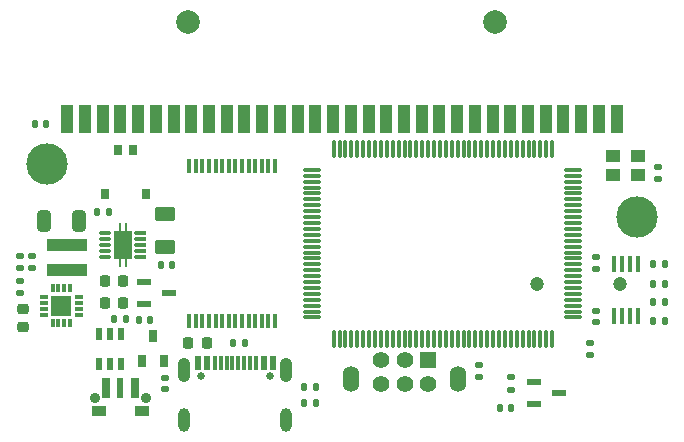
<source format=gbr>
%TF.GenerationSoftware,KiCad,Pcbnew,7.0.1*%
%TF.CreationDate,2024-09-27T15:08:14-07:00*%
%TF.ProjectId,agbc,61676263-2e6b-4696-9361-645f70636258,02*%
%TF.SameCoordinates,Original*%
%TF.FileFunction,Soldermask,Top*%
%TF.FilePolarity,Negative*%
%FSLAX46Y46*%
G04 Gerber Fmt 4.6, Leading zero omitted, Abs format (unit mm)*
G04 Created by KiCad (PCBNEW 7.0.1) date 2024-09-27 15:08:14*
%MOMM*%
%LPD*%
G01*
G04 APERTURE LIST*
G04 Aperture macros list*
%AMRoundRect*
0 Rectangle with rounded corners*
0 $1 Rounding radius*
0 $2 $3 $4 $5 $6 $7 $8 $9 X,Y pos of 4 corners*
0 Add a 4 corners polygon primitive as box body*
4,1,4,$2,$3,$4,$5,$6,$7,$8,$9,$2,$3,0*
0 Add four circle primitives for the rounded corners*
1,1,$1+$1,$2,$3*
1,1,$1+$1,$4,$5*
1,1,$1+$1,$6,$7*
1,1,$1+$1,$8,$9*
0 Add four rect primitives between the rounded corners*
20,1,$1+$1,$2,$3,$4,$5,0*
20,1,$1+$1,$4,$5,$6,$7,0*
20,1,$1+$1,$6,$7,$8,$9,0*
20,1,$1+$1,$8,$9,$2,$3,0*%
G04 Aperture macros list end*
%ADD10RoundRect,0.140000X0.140000X0.170000X-0.140000X0.170000X-0.140000X-0.170000X0.140000X-0.170000X0*%
%ADD11R,0.450000X1.400000*%
%ADD12RoundRect,0.135000X0.185000X-0.135000X0.185000X0.135000X-0.185000X0.135000X-0.185000X-0.135000X0*%
%ADD13R,1.250000X0.600000*%
%ADD14RoundRect,0.225000X-0.225000X-0.250000X0.225000X-0.250000X0.225000X0.250000X-0.225000X0.250000X0*%
%ADD15RoundRect,0.140000X-0.140000X-0.170000X0.140000X-0.170000X0.140000X0.170000X-0.140000X0.170000X0*%
%ADD16RoundRect,0.135000X-0.185000X0.135000X-0.185000X-0.135000X0.185000X-0.135000X0.185000X0.135000X0*%
%ADD17C,0.650000*%
%ADD18R,0.600000X1.150000*%
%ADD19R,0.300000X1.150000*%
%ADD20O,1.050000X2.100000*%
%ADD21O,1.000000X2.000000*%
%ADD22RoundRect,0.225000X0.250000X-0.225000X0.250000X0.225000X-0.250000X0.225000X-0.250000X-0.225000X0*%
%ADD23RoundRect,0.218750X-0.218750X-0.256250X0.218750X-0.256250X0.218750X0.256250X-0.218750X0.256250X0*%
%ADD24RoundRect,0.140000X0.170000X-0.140000X0.170000X0.140000X-0.170000X0.140000X-0.170000X-0.140000X0*%
%ADD25RoundRect,0.135000X0.135000X0.185000X-0.135000X0.185000X-0.135000X-0.185000X0.135000X-0.185000X0*%
%ADD26RoundRect,0.250000X0.325000X0.650000X-0.325000X0.650000X-0.325000X-0.650000X0.325000X-0.650000X0*%
%ADD27RoundRect,0.225000X0.225000X0.250000X-0.225000X0.250000X-0.225000X-0.250000X0.225000X-0.250000X0*%
%ADD28R,3.400000X1.000000*%
%ADD29R,0.650000X1.100000*%
%ADD30C,0.900000*%
%ADD31R,0.750000X1.800000*%
%ADD32R,0.600000X1.800000*%
%ADD33R,1.300000X0.900000*%
%ADD34C,3.500000*%
%ADD35R,1.300000X1.100000*%
%ADD36R,0.300000X1.206500*%
%ADD37R,0.800000X0.300000*%
%ADD38R,0.300000X0.800000*%
%ADD39C,0.500000*%
%ADD40R,1.750000X1.750000*%
%ADD41R,0.550000X1.050000*%
%ADD42RoundRect,0.140000X-0.170000X0.140000X-0.170000X-0.140000X0.170000X-0.140000X0.170000X0.140000X0*%
%ADD43RoundRect,0.070000X-0.140000X-0.140000X0.140000X-0.140000X0.140000X0.140000X-0.140000X0.140000X0*%
%ADD44O,0.990000X0.420000*%
%ADD45C,0.600000*%
%ADD46R,0.680000X1.050000*%
%ADD47R,0.260000X0.500000*%
%ADD48R,0.280000X0.700000*%
%ADD49R,1.650000X2.400000*%
%ADD50C,2.000000*%
%ADD51R,1.000000X2.400000*%
%ADD52R,0.700000X0.900000*%
%ADD53R,0.750000X0.900000*%
%ADD54RoundRect,0.075000X0.075000X-0.675000X0.075000X0.675000X-0.075000X0.675000X-0.075000X-0.675000X0*%
%ADD55RoundRect,0.075000X0.675000X-0.075000X0.675000X0.075000X-0.675000X0.075000X-0.675000X-0.075000X0*%
%ADD56RoundRect,0.135000X-0.135000X-0.185000X0.135000X-0.185000X0.135000X0.185000X-0.135000X0.185000X0*%
%ADD57RoundRect,0.250000X-0.625000X0.375000X-0.625000X-0.375000X0.625000X-0.375000X0.625000X0.375000X0*%
%ADD58R,1.400000X1.400000*%
%ADD59C,1.400000*%
%ADD60O,1.400000X2.200000*%
%ADD61C,1.200000*%
G04 APERTURE END LIST*
D10*
%TO.C,C7*%
X110860000Y-107800000D03*
X109900000Y-107800000D03*
%TD*%
D11*
%TO.C,U8*%
X158975000Y-124050000D03*
X159625000Y-124050000D03*
X160275000Y-124050000D03*
X160925000Y-124050000D03*
X160925000Y-119650000D03*
X160275000Y-119650000D03*
X159625000Y-119650000D03*
X158975000Y-119650000D03*
%TD*%
D12*
%TO.C,R1*%
X150200000Y-130300000D03*
X150200000Y-129280000D03*
%TD*%
D13*
%TO.C,U6*%
X119150000Y-121200000D03*
X119150000Y-123100000D03*
X121250000Y-122150000D03*
%TD*%
D14*
%TO.C,C19*%
X115800000Y-121150000D03*
X117350000Y-121150000D03*
%TD*%
D15*
%TO.C,C20*%
X115200000Y-115300000D03*
X116160000Y-115300000D03*
%TD*%
%TO.C,C11*%
X126700000Y-126350000D03*
X127660000Y-126350000D03*
%TD*%
D16*
%TO.C,R6*%
X108650000Y-121100000D03*
X108650000Y-122120000D03*
%TD*%
D17*
%TO.C,J5*%
X123990000Y-129170000D03*
X129770000Y-129170000D03*
D18*
X123680000Y-128095000D03*
X124480000Y-128095000D03*
D19*
X125630000Y-128095000D03*
X126630000Y-128095000D03*
X127130000Y-128095000D03*
X128130000Y-128095000D03*
D18*
X130080000Y-128095000D03*
X129280000Y-128095000D03*
D19*
X128630000Y-128095000D03*
X127630000Y-128095000D03*
X126130000Y-128095000D03*
X125130000Y-128095000D03*
D20*
X122560000Y-128670000D03*
D21*
X122560000Y-132850000D03*
X131200000Y-132850000D03*
D20*
X131200000Y-128670000D03*
%TD*%
D22*
%TO.C,C14*%
X108900000Y-125025000D03*
X108900000Y-123475000D03*
%TD*%
D23*
%TO.C,F2*%
X122875000Y-126350000D03*
X124450000Y-126350000D03*
%TD*%
D24*
%TO.C,C15*%
X120900000Y-130260000D03*
X120900000Y-129300000D03*
%TD*%
D25*
%TO.C,R14*%
X163225000Y-122900000D03*
X162205000Y-122900000D03*
%TD*%
D26*
%TO.C,C21*%
X113650000Y-116000000D03*
X110700000Y-116000000D03*
%TD*%
D27*
%TO.C,C13*%
X117350000Y-122950000D03*
X115800000Y-122950000D03*
%TD*%
D12*
%TO.C,R7*%
X109700000Y-120050000D03*
X109700000Y-119030000D03*
%TD*%
D10*
%TO.C,C23*%
X163225000Y-119675000D03*
X162265000Y-119675000D03*
%TD*%
D28*
%TO.C,L1*%
X112650000Y-120150000D03*
X112650000Y-118050000D03*
%TD*%
D24*
%TO.C,C5*%
X162625000Y-112435000D03*
X162625000Y-111475000D03*
%TD*%
D12*
%TO.C,R3*%
X156875000Y-127385000D03*
X156875000Y-126365000D03*
%TD*%
D29*
%TO.C,Q1*%
X118940000Y-127900000D03*
X120860000Y-127900000D03*
X119900000Y-125800000D03*
%TD*%
D13*
%TO.C,U1*%
X152200000Y-129650000D03*
X152200000Y-131550000D03*
X154300000Y-130600000D03*
%TD*%
D24*
%TO.C,C22*%
X157450000Y-120060000D03*
X157450000Y-119100000D03*
%TD*%
D30*
%TO.C,S1*%
X115025000Y-131050000D03*
X119275000Y-131050000D03*
D31*
X115925000Y-130150000D03*
D32*
X117150000Y-130150000D03*
D31*
X118375000Y-130150000D03*
D33*
X115300000Y-132100000D03*
X119000000Y-132100000D03*
%TD*%
D25*
%TO.C,R13*%
X163220000Y-121325000D03*
X162200000Y-121325000D03*
%TD*%
D34*
%TO.C,REF\u002A\u002A*%
X160900000Y-115700000D03*
%TD*%
D35*
%TO.C,X1*%
X160975000Y-110500000D03*
X158875000Y-110500000D03*
X158875000Y-112150000D03*
X160975000Y-112150000D03*
%TD*%
D36*
%TO.C,U3*%
X122967800Y-124500000D03*
X123526600Y-124500000D03*
X124085400Y-124500000D03*
X124644200Y-124500000D03*
X125203000Y-124500000D03*
X125761800Y-124500000D03*
X126320600Y-124500000D03*
X126879400Y-124500000D03*
X127438200Y-124500000D03*
X127997000Y-124500000D03*
X128555800Y-124500000D03*
X129114600Y-124500000D03*
X129673400Y-124500000D03*
X130232200Y-124500000D03*
X130232200Y-111380900D03*
X129673400Y-111380900D03*
X129114600Y-111380900D03*
X128555800Y-111380900D03*
X127997000Y-111380900D03*
X127438200Y-111380900D03*
X126879400Y-111380900D03*
X126320600Y-111380900D03*
X125761800Y-111380900D03*
X125203000Y-111380900D03*
X124644200Y-111380900D03*
X124085400Y-111380900D03*
X123526600Y-111380900D03*
X122967800Y-111380900D03*
%TD*%
D37*
%TO.C,U4*%
X110650000Y-122450000D03*
X110650000Y-122950000D03*
X110650000Y-123450000D03*
X110650000Y-123950000D03*
D38*
X111400000Y-124700000D03*
X111900000Y-124700000D03*
X112400000Y-124700000D03*
X112900000Y-124700000D03*
D37*
X113650000Y-123950000D03*
X113650000Y-123450000D03*
X113650000Y-122950000D03*
X113650000Y-122450000D03*
D38*
X112900000Y-121700000D03*
X112400000Y-121700000D03*
X111900000Y-121700000D03*
X111400000Y-121700000D03*
D39*
X111750000Y-122800000D03*
X111750000Y-123600000D03*
D40*
X112150000Y-123200000D03*
D39*
X112550000Y-122800000D03*
X112550000Y-123600000D03*
%TD*%
D10*
%TO.C,C17*%
X121500000Y-119750000D03*
X120540000Y-119750000D03*
%TD*%
D34*
%TO.C,REF\u002A\u002A*%
X110900000Y-111200000D03*
%TD*%
D41*
%TO.C,U5*%
X115300000Y-128125000D03*
X116250000Y-128125000D03*
X117200000Y-128125000D03*
X117200000Y-125625000D03*
X116250000Y-125625000D03*
X115300000Y-125625000D03*
%TD*%
D42*
%TO.C,C8*%
X147500000Y-128250000D03*
X147500000Y-129210000D03*
%TD*%
D43*
%TO.C,U7*%
X115590000Y-117050000D03*
D44*
X115875000Y-117050000D03*
D43*
X115590000Y-117550000D03*
D44*
X115875000Y-117550000D03*
D43*
X115590000Y-118050000D03*
D44*
X115875000Y-118050000D03*
D43*
X115590000Y-118550000D03*
D44*
X115875000Y-118550000D03*
D43*
X115590000Y-119050000D03*
D44*
X115875000Y-119050000D03*
X118825000Y-119050000D03*
D43*
X119110000Y-119050000D03*
D44*
X118825000Y-118550000D03*
D43*
X119110000Y-118550000D03*
D44*
X118825000Y-118050000D03*
D43*
X119110000Y-118050000D03*
D44*
X118825000Y-117550000D03*
D43*
X119110000Y-117550000D03*
D44*
X118825000Y-117050000D03*
D43*
X119110000Y-117050000D03*
D45*
X116850000Y-117300000D03*
X116850000Y-118800000D03*
D46*
X116900000Y-117415000D03*
X116900000Y-118685000D03*
D47*
X117100000Y-116420000D03*
D48*
X117100000Y-116500000D03*
X117100000Y-119600000D03*
D47*
X117100000Y-119680000D03*
D45*
X117350000Y-118050000D03*
D49*
X117350000Y-118050000D03*
D47*
X117600000Y-116420000D03*
D48*
X117600000Y-116500000D03*
X117600000Y-119600000D03*
D47*
X117600000Y-119680000D03*
D46*
X117800000Y-117415000D03*
X117800000Y-118685000D03*
D45*
X117850000Y-117300000D03*
X117850000Y-118800000D03*
%TD*%
D50*
%TO.C,J2*%
X122900000Y-99200000D03*
X148900000Y-99200000D03*
D51*
X112650000Y-107400000D03*
X114150000Y-107400000D03*
X115650000Y-107400000D03*
X117150000Y-107400000D03*
X118650000Y-107400000D03*
X120150000Y-107400000D03*
X121650000Y-107400000D03*
X123150000Y-107400000D03*
X124650000Y-107400000D03*
X126150000Y-107400000D03*
X127650000Y-107400000D03*
X129150000Y-107400000D03*
X130650000Y-107400000D03*
X132150000Y-107400000D03*
X133650000Y-107400000D03*
X135150000Y-107400000D03*
X136650000Y-107400000D03*
X138150000Y-107400000D03*
X139650000Y-107400000D03*
X141150000Y-107400000D03*
X142650000Y-107400000D03*
X144150000Y-107400000D03*
X145650000Y-107400000D03*
X147150000Y-107400000D03*
X148650000Y-107400000D03*
X150150000Y-107400000D03*
X151650000Y-107400000D03*
X153150000Y-107400000D03*
X154650000Y-107400000D03*
X156150000Y-107400000D03*
X157650000Y-107400000D03*
X159150000Y-107400000D03*
%TD*%
D52*
%TO.C,J4*%
X116975000Y-110025000D03*
X118175000Y-110025000D03*
D53*
X115800000Y-113775000D03*
X119350000Y-113775000D03*
%TD*%
D25*
%TO.C,R8*%
X133710000Y-130100000D03*
X132690000Y-130100000D03*
%TD*%
%TO.C,R11*%
X133710000Y-131450000D03*
X132690000Y-131450000D03*
%TD*%
D54*
%TO.C,U2*%
X135200000Y-126000000D03*
X135700000Y-126000000D03*
X136200000Y-126000000D03*
X136700000Y-126000000D03*
X137200000Y-126000000D03*
X137700000Y-126000000D03*
X138200000Y-126000000D03*
X138700000Y-126000000D03*
X139200000Y-126000000D03*
X139700000Y-126000000D03*
X140200000Y-126000000D03*
X140700000Y-126000000D03*
X141200000Y-126000000D03*
X141700000Y-126000000D03*
X142200000Y-126000000D03*
X142700000Y-126000000D03*
X143200000Y-126000000D03*
X143700000Y-126000000D03*
X144200000Y-126000000D03*
X144700000Y-126000000D03*
X145200000Y-126000000D03*
X145700000Y-126000000D03*
X146200000Y-126000000D03*
X146700000Y-126000000D03*
X147200000Y-126000000D03*
X147700000Y-126000000D03*
X148200000Y-126000000D03*
X148700000Y-126000000D03*
X149200000Y-126000000D03*
X149700000Y-126000000D03*
X150200000Y-126000000D03*
X150700000Y-126000000D03*
X151200000Y-126000000D03*
X151700000Y-126000000D03*
X152200000Y-126000000D03*
X152700000Y-126000000D03*
X153200000Y-126000000D03*
X153700000Y-126000000D03*
D55*
X155500000Y-124200000D03*
X155500000Y-123700000D03*
X155500000Y-123200000D03*
X155500000Y-122700000D03*
X155500000Y-122200000D03*
X155500000Y-121700000D03*
X155500000Y-121200000D03*
X155500000Y-120700000D03*
X155500000Y-120200000D03*
X155500000Y-119700000D03*
X155500000Y-119200000D03*
X155500000Y-118700000D03*
X155500000Y-118200000D03*
X155500000Y-117700000D03*
X155500000Y-117200000D03*
X155500000Y-116700000D03*
X155500000Y-116200000D03*
X155500000Y-115700000D03*
X155500000Y-115200000D03*
X155500000Y-114700000D03*
X155500000Y-114200000D03*
X155500000Y-113700000D03*
X155500000Y-113200000D03*
X155500000Y-112700000D03*
X155500000Y-112200000D03*
X155500000Y-111700000D03*
D54*
X153700000Y-109900000D03*
X153200000Y-109900000D03*
X152700000Y-109900000D03*
X152200000Y-109900000D03*
X151700000Y-109900000D03*
X151200000Y-109900000D03*
X150700000Y-109900000D03*
X150200000Y-109900000D03*
X149700000Y-109900000D03*
X149200000Y-109900000D03*
X148700000Y-109900000D03*
X148200000Y-109900000D03*
X147700000Y-109900000D03*
X147200000Y-109900000D03*
X146700000Y-109900000D03*
X146200000Y-109900000D03*
X145700000Y-109900000D03*
X145200000Y-109900000D03*
X144700000Y-109900000D03*
X144200000Y-109900000D03*
X143700000Y-109900000D03*
X143200000Y-109900000D03*
X142700000Y-109900000D03*
X142200000Y-109900000D03*
X141700000Y-109900000D03*
X141200000Y-109900000D03*
X140700000Y-109900000D03*
X140200000Y-109900000D03*
X139700000Y-109900000D03*
X139200000Y-109900000D03*
X138700000Y-109900000D03*
X138200000Y-109900000D03*
X137700000Y-109900000D03*
X137200000Y-109900000D03*
X136700000Y-109900000D03*
X136200000Y-109900000D03*
X135700000Y-109900000D03*
X135200000Y-109900000D03*
D55*
X133400000Y-111700000D03*
X133400000Y-112200000D03*
X133400000Y-112700000D03*
X133400000Y-113200000D03*
X133400000Y-113700000D03*
X133400000Y-114200000D03*
X133400000Y-114700000D03*
X133400000Y-115200000D03*
X133400000Y-115700000D03*
X133400000Y-116200000D03*
X133400000Y-116700000D03*
X133400000Y-117200000D03*
X133400000Y-117700000D03*
X133400000Y-118200000D03*
X133400000Y-118700000D03*
X133400000Y-119200000D03*
X133400000Y-119700000D03*
X133400000Y-120200000D03*
X133400000Y-120700000D03*
X133400000Y-121200000D03*
X133400000Y-121700000D03*
X133400000Y-122200000D03*
X133400000Y-122700000D03*
X133400000Y-123200000D03*
X133400000Y-123700000D03*
X133400000Y-124200000D03*
%TD*%
D10*
%TO.C,C24*%
X163225000Y-124525000D03*
X162265000Y-124525000D03*
%TD*%
D12*
%TO.C,R4*%
X108650000Y-120050000D03*
X108650000Y-119030000D03*
%TD*%
D56*
%TO.C,R10*%
X116600000Y-124350000D03*
X117620000Y-124350000D03*
%TD*%
D57*
%TO.C,F1*%
X120950000Y-115400000D03*
X120950000Y-118200000D03*
%TD*%
D58*
%TO.C,J1*%
X143200000Y-127800000D03*
D59*
X143200000Y-129800000D03*
X141200000Y-127800000D03*
X141200000Y-129800000D03*
X139200000Y-127800000D03*
X139200000Y-129800000D03*
D60*
X145700000Y-129400000D03*
X136700000Y-129400000D03*
%TD*%
D42*
%TO.C,C25*%
X157450000Y-123640000D03*
X157450000Y-124600000D03*
%TD*%
D10*
%TO.C,C18*%
X119650000Y-124450000D03*
X118690000Y-124450000D03*
%TD*%
D15*
%TO.C,C1*%
X149270000Y-131900000D03*
X150230000Y-131900000D03*
%TD*%
D61*
%TO.C,VR1*%
X159450000Y-121350000D03*
X152450000Y-121350000D03*
%TD*%
M02*

</source>
